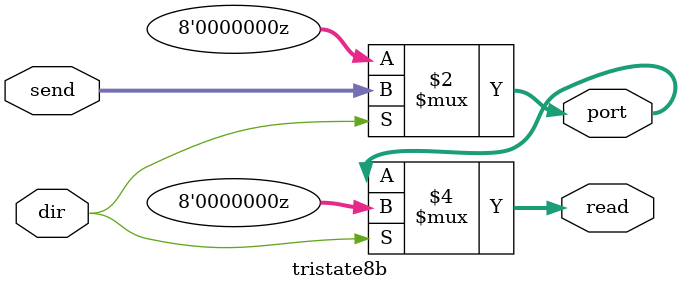
<source format=v>
`timescale 1ns / 1ps


module tristate8b(
    output [7:0] port,
    input dir,
    input [7:0] send,
    output [7:0] read
    );

assign port = dir ? send : 1'bZ; //se dir for 1, copia send para port, senão coloca port em alta impedância    
assign read = dir ? 1'bZ : port;

endmodule

</source>
